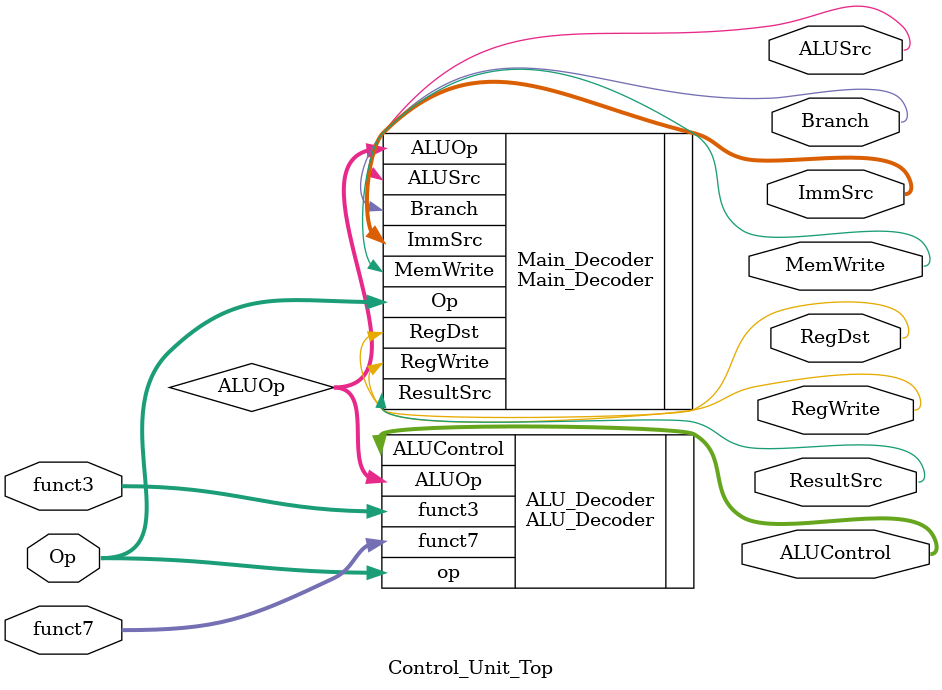
<source format=v>
`timescale 1ns / 1ps


`include "ALU_Decoder.v"
`include "Main_Decoder.v"

module Control_Unit_Top( Op, RegWrite, ImmSrc, ALUSrc, MemWrite, ResultSrc, Branch, funct3, funct7, ALUControl, RegDst);

    input [6:0]Op,funct7;
    input [2:0]funct3;
    
    output RegWrite, ALUSrc, MemWrite, ResultSrc, Branch;
    output [1:0]ImmSrc;
    output [5:0]ALUControl;
    output RegDst;
    
    parameter R_ADD_op = 7'b0110011;   //ADD  => OP => 0110011 => R-TYPE

    wire [1:0]ALUOp;
    
    Main_Decoder Main_Decoder(
                .Op(Op),
                .RegWrite(RegWrite),
                .ImmSrc(ImmSrc),
                .MemWrite(MemWrite),
                .ResultSrc(ResultSrc),
                .Branch(Branch),
                .ALUSrc(ALUSrc),
                .ALUOp(ALUOp),
                .RegDst(RegDst)
    );

    ALU_Decoder ALU_Decoder(
                 .ALUOp(ALUOp),
                 .funct3(funct3),
                 .funct7(funct7),
                 .op(Op),
                 .ALUControl(ALUControl)
    );


endmodule
</source>
